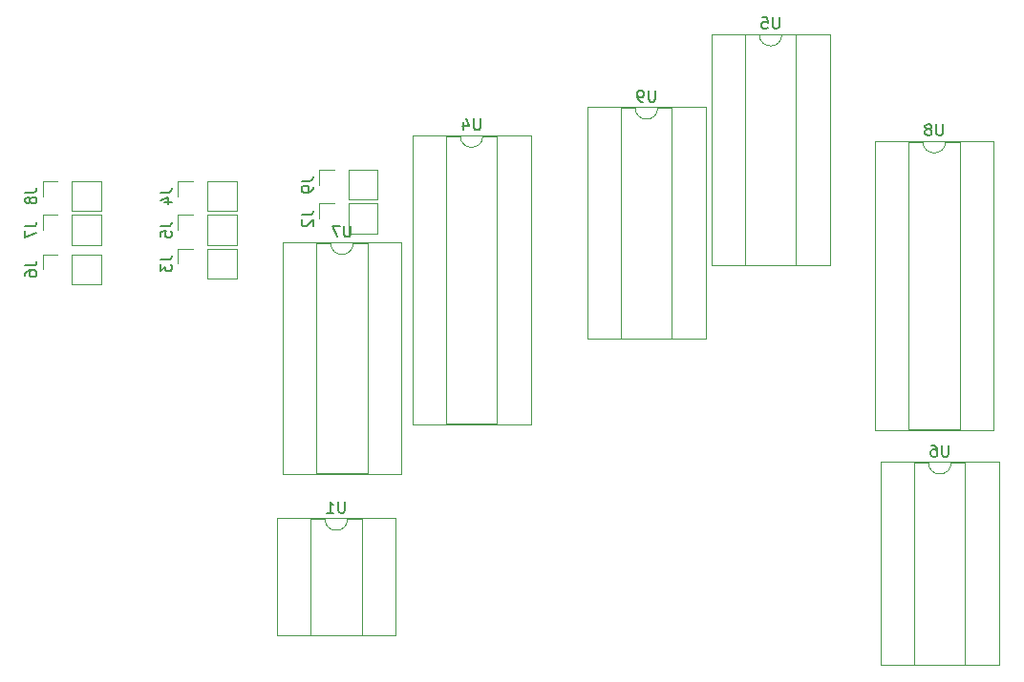
<source format=gbr>
%TF.GenerationSoftware,KiCad,Pcbnew,5.1.10-88a1d61d58~90~ubuntu20.04.1*%
%TF.CreationDate,2021-11-05T17:14:26+01:00*%
%TF.ProjectId,menelaos-v2,6d656e65-6c61-46f7-932d-76322e6b6963,rev?*%
%TF.SameCoordinates,Original*%
%TF.FileFunction,Legend,Bot*%
%TF.FilePolarity,Positive*%
%FSLAX46Y46*%
G04 Gerber Fmt 4.6, Leading zero omitted, Abs format (unit mm)*
G04 Created by KiCad (PCBNEW 5.1.10-88a1d61d58~90~ubuntu20.04.1) date 2021-11-05 17:14:26*
%MOMM*%
%LPD*%
G01*
G04 APERTURE LIST*
%ADD10C,0.120000*%
%ADD11C,0.150000*%
G04 APERTURE END LIST*
D10*
%TO.C,J2*%
X163870000Y-80170000D02*
X163870000Y-82830000D01*
X161270000Y-80170000D02*
X163870000Y-80170000D01*
X161270000Y-82830000D02*
X163870000Y-82830000D01*
X161270000Y-80170000D02*
X161270000Y-82830000D01*
X160000000Y-80170000D02*
X158670000Y-80170000D01*
X158670000Y-80170000D02*
X158670000Y-81500000D01*
%TO.C,J3*%
X146170000Y-84170000D02*
X146170000Y-85500000D01*
X147500000Y-84170000D02*
X146170000Y-84170000D01*
X148770000Y-84170000D02*
X148770000Y-86830000D01*
X148770000Y-86830000D02*
X151370000Y-86830000D01*
X148770000Y-84170000D02*
X151370000Y-84170000D01*
X151370000Y-84170000D02*
X151370000Y-86830000D01*
%TO.C,J4*%
X151370000Y-78170000D02*
X151370000Y-80830000D01*
X148770000Y-78170000D02*
X151370000Y-78170000D01*
X148770000Y-80830000D02*
X151370000Y-80830000D01*
X148770000Y-78170000D02*
X148770000Y-80830000D01*
X147500000Y-78170000D02*
X146170000Y-78170000D01*
X146170000Y-78170000D02*
X146170000Y-79500000D01*
%TO.C,J5*%
X146170000Y-81170000D02*
X146170000Y-82500000D01*
X147500000Y-81170000D02*
X146170000Y-81170000D01*
X148770000Y-81170000D02*
X148770000Y-83830000D01*
X148770000Y-83830000D02*
X151370000Y-83830000D01*
X148770000Y-81170000D02*
X151370000Y-81170000D01*
X151370000Y-81170000D02*
X151370000Y-83830000D01*
%TO.C,J6*%
X139370000Y-84670000D02*
X139370000Y-87330000D01*
X136770000Y-84670000D02*
X139370000Y-84670000D01*
X136770000Y-87330000D02*
X139370000Y-87330000D01*
X136770000Y-84670000D02*
X136770000Y-87330000D01*
X135500000Y-84670000D02*
X134170000Y-84670000D01*
X134170000Y-84670000D02*
X134170000Y-86000000D01*
%TO.C,J7*%
X134170000Y-81170000D02*
X134170000Y-82500000D01*
X135500000Y-81170000D02*
X134170000Y-81170000D01*
X136770000Y-81170000D02*
X136770000Y-83830000D01*
X136770000Y-83830000D02*
X139370000Y-83830000D01*
X136770000Y-81170000D02*
X139370000Y-81170000D01*
X139370000Y-81170000D02*
X139370000Y-83830000D01*
%TO.C,J8*%
X134170000Y-78170000D02*
X134170000Y-79500000D01*
X135500000Y-78170000D02*
X134170000Y-78170000D01*
X136770000Y-78170000D02*
X136770000Y-80830000D01*
X136770000Y-80830000D02*
X139370000Y-80830000D01*
X136770000Y-78170000D02*
X139370000Y-78170000D01*
X139370000Y-78170000D02*
X139370000Y-80830000D01*
%TO.C,J9*%
X163870000Y-77170000D02*
X163870000Y-79830000D01*
X161270000Y-77170000D02*
X163870000Y-77170000D01*
X161270000Y-79830000D02*
X163870000Y-79830000D01*
X161270000Y-77170000D02*
X161270000Y-79830000D01*
X160000000Y-77170000D02*
X158670000Y-77170000D01*
X158670000Y-77170000D02*
X158670000Y-78500000D01*
%TO.C,U4*%
X166940000Y-74110000D02*
X177440000Y-74110000D01*
X166940000Y-99750000D02*
X166940000Y-74110000D01*
X177440000Y-99750000D02*
X166940000Y-99750000D01*
X177440000Y-74110000D02*
X177440000Y-99750000D01*
X169940000Y-74170000D02*
X171190000Y-74170000D01*
X169940000Y-99690000D02*
X169940000Y-74170000D01*
X174440000Y-99690000D02*
X169940000Y-99690000D01*
X174440000Y-74170000D02*
X174440000Y-99690000D01*
X173190000Y-74170000D02*
X174440000Y-74170000D01*
X171190000Y-74170000D02*
G75*
G03*
X173190000Y-74170000I1000000J0D01*
G01*
%TO.C,U5*%
X193440000Y-65110000D02*
X203940000Y-65110000D01*
X193440000Y-85670000D02*
X193440000Y-65110000D01*
X203940000Y-85670000D02*
X193440000Y-85670000D01*
X203940000Y-65110000D02*
X203940000Y-85670000D01*
X196440000Y-65170000D02*
X197690000Y-65170000D01*
X196440000Y-85610000D02*
X196440000Y-65170000D01*
X200940000Y-85610000D02*
X196440000Y-85610000D01*
X200940000Y-65170000D02*
X200940000Y-85610000D01*
X199690000Y-65170000D02*
X200940000Y-65170000D01*
X197690000Y-65170000D02*
G75*
G03*
X199690000Y-65170000I1000000J0D01*
G01*
%TO.C,U6*%
X208440000Y-103110000D02*
X218940000Y-103110000D01*
X208440000Y-121130000D02*
X208440000Y-103110000D01*
X218940000Y-121130000D02*
X208440000Y-121130000D01*
X218940000Y-103110000D02*
X218940000Y-121130000D01*
X211440000Y-103170000D02*
X212690000Y-103170000D01*
X211440000Y-121070000D02*
X211440000Y-103170000D01*
X215940000Y-121070000D02*
X211440000Y-121070000D01*
X215940000Y-103170000D02*
X215940000Y-121070000D01*
X214690000Y-103170000D02*
X215940000Y-103170000D01*
X212690000Y-103170000D02*
G75*
G03*
X214690000Y-103170000I1000000J0D01*
G01*
%TO.C,U7*%
X155440000Y-83610000D02*
X165940000Y-83610000D01*
X155440000Y-104170000D02*
X155440000Y-83610000D01*
X165940000Y-104170000D02*
X155440000Y-104170000D01*
X165940000Y-83610000D02*
X165940000Y-104170000D01*
X158440000Y-83670000D02*
X159690000Y-83670000D01*
X158440000Y-104110000D02*
X158440000Y-83670000D01*
X162940000Y-104110000D02*
X158440000Y-104110000D01*
X162940000Y-83670000D02*
X162940000Y-104110000D01*
X161690000Y-83670000D02*
X162940000Y-83670000D01*
X159690000Y-83670000D02*
G75*
G03*
X161690000Y-83670000I1000000J0D01*
G01*
%TO.C,U8*%
X214190000Y-74670000D02*
X215440000Y-74670000D01*
X215440000Y-74670000D02*
X215440000Y-100190000D01*
X215440000Y-100190000D02*
X210940000Y-100190000D01*
X210940000Y-100190000D02*
X210940000Y-74670000D01*
X210940000Y-74670000D02*
X212190000Y-74670000D01*
X218440000Y-74610000D02*
X218440000Y-100250000D01*
X218440000Y-100250000D02*
X207940000Y-100250000D01*
X207940000Y-100250000D02*
X207940000Y-74610000D01*
X207940000Y-74610000D02*
X218440000Y-74610000D01*
X212190000Y-74670000D02*
G75*
G03*
X214190000Y-74670000I1000000J0D01*
G01*
%TO.C,U9*%
X188690000Y-71670000D02*
X189940000Y-71670000D01*
X189940000Y-71670000D02*
X189940000Y-92110000D01*
X189940000Y-92110000D02*
X185440000Y-92110000D01*
X185440000Y-92110000D02*
X185440000Y-71670000D01*
X185440000Y-71670000D02*
X186690000Y-71670000D01*
X192940000Y-71610000D02*
X192940000Y-92170000D01*
X192940000Y-92170000D02*
X182440000Y-92170000D01*
X182440000Y-92170000D02*
X182440000Y-71610000D01*
X182440000Y-71610000D02*
X192940000Y-71610000D01*
X186690000Y-71670000D02*
G75*
G03*
X188690000Y-71670000I1000000J0D01*
G01*
%TO.C,U1*%
X154940000Y-108110000D02*
X165440000Y-108110000D01*
X154940000Y-118510000D02*
X154940000Y-108110000D01*
X165440000Y-118510000D02*
X154940000Y-118510000D01*
X165440000Y-108110000D02*
X165440000Y-118510000D01*
X157940000Y-108170000D02*
X159190000Y-108170000D01*
X157940000Y-118450000D02*
X157940000Y-108170000D01*
X162440000Y-118450000D02*
X157940000Y-118450000D01*
X162440000Y-108170000D02*
X162440000Y-118450000D01*
X161190000Y-108170000D02*
X162440000Y-108170000D01*
X159190000Y-108170000D02*
G75*
G03*
X161190000Y-108170000I1000000J0D01*
G01*
%TO.C,J2*%
D11*
X157122380Y-81166666D02*
X157836666Y-81166666D01*
X157979523Y-81119047D01*
X158074761Y-81023809D01*
X158122380Y-80880952D01*
X158122380Y-80785714D01*
X157217619Y-81595238D02*
X157170000Y-81642857D01*
X157122380Y-81738095D01*
X157122380Y-81976190D01*
X157170000Y-82071428D01*
X157217619Y-82119047D01*
X157312857Y-82166666D01*
X157408095Y-82166666D01*
X157550952Y-82119047D01*
X158122380Y-81547619D01*
X158122380Y-82166666D01*
%TO.C,J3*%
X144622380Y-85166666D02*
X145336666Y-85166666D01*
X145479523Y-85119047D01*
X145574761Y-85023809D01*
X145622380Y-84880952D01*
X145622380Y-84785714D01*
X144622380Y-85547619D02*
X144622380Y-86166666D01*
X145003333Y-85833333D01*
X145003333Y-85976190D01*
X145050952Y-86071428D01*
X145098571Y-86119047D01*
X145193809Y-86166666D01*
X145431904Y-86166666D01*
X145527142Y-86119047D01*
X145574761Y-86071428D01*
X145622380Y-85976190D01*
X145622380Y-85690476D01*
X145574761Y-85595238D01*
X145527142Y-85547619D01*
%TO.C,J4*%
X144622380Y-79166666D02*
X145336666Y-79166666D01*
X145479523Y-79119047D01*
X145574761Y-79023809D01*
X145622380Y-78880952D01*
X145622380Y-78785714D01*
X144955714Y-80071428D02*
X145622380Y-80071428D01*
X144574761Y-79833333D02*
X145289047Y-79595238D01*
X145289047Y-80214285D01*
%TO.C,J5*%
X144622380Y-82166666D02*
X145336666Y-82166666D01*
X145479523Y-82119047D01*
X145574761Y-82023809D01*
X145622380Y-81880952D01*
X145622380Y-81785714D01*
X144622380Y-83119047D02*
X144622380Y-82642857D01*
X145098571Y-82595238D01*
X145050952Y-82642857D01*
X145003333Y-82738095D01*
X145003333Y-82976190D01*
X145050952Y-83071428D01*
X145098571Y-83119047D01*
X145193809Y-83166666D01*
X145431904Y-83166666D01*
X145527142Y-83119047D01*
X145574761Y-83071428D01*
X145622380Y-82976190D01*
X145622380Y-82738095D01*
X145574761Y-82642857D01*
X145527142Y-82595238D01*
%TO.C,J6*%
X132622380Y-85666666D02*
X133336666Y-85666666D01*
X133479523Y-85619047D01*
X133574761Y-85523809D01*
X133622380Y-85380952D01*
X133622380Y-85285714D01*
X132622380Y-86571428D02*
X132622380Y-86380952D01*
X132670000Y-86285714D01*
X132717619Y-86238095D01*
X132860476Y-86142857D01*
X133050952Y-86095238D01*
X133431904Y-86095238D01*
X133527142Y-86142857D01*
X133574761Y-86190476D01*
X133622380Y-86285714D01*
X133622380Y-86476190D01*
X133574761Y-86571428D01*
X133527142Y-86619047D01*
X133431904Y-86666666D01*
X133193809Y-86666666D01*
X133098571Y-86619047D01*
X133050952Y-86571428D01*
X133003333Y-86476190D01*
X133003333Y-86285714D01*
X133050952Y-86190476D01*
X133098571Y-86142857D01*
X133193809Y-86095238D01*
%TO.C,J7*%
X132622380Y-82166666D02*
X133336666Y-82166666D01*
X133479523Y-82119047D01*
X133574761Y-82023809D01*
X133622380Y-81880952D01*
X133622380Y-81785714D01*
X132622380Y-82547619D02*
X132622380Y-83214285D01*
X133622380Y-82785714D01*
%TO.C,J8*%
X132622380Y-79166666D02*
X133336666Y-79166666D01*
X133479523Y-79119047D01*
X133574761Y-79023809D01*
X133622380Y-78880952D01*
X133622380Y-78785714D01*
X133050952Y-79785714D02*
X133003333Y-79690476D01*
X132955714Y-79642857D01*
X132860476Y-79595238D01*
X132812857Y-79595238D01*
X132717619Y-79642857D01*
X132670000Y-79690476D01*
X132622380Y-79785714D01*
X132622380Y-79976190D01*
X132670000Y-80071428D01*
X132717619Y-80119047D01*
X132812857Y-80166666D01*
X132860476Y-80166666D01*
X132955714Y-80119047D01*
X133003333Y-80071428D01*
X133050952Y-79976190D01*
X133050952Y-79785714D01*
X133098571Y-79690476D01*
X133146190Y-79642857D01*
X133241428Y-79595238D01*
X133431904Y-79595238D01*
X133527142Y-79642857D01*
X133574761Y-79690476D01*
X133622380Y-79785714D01*
X133622380Y-79976190D01*
X133574761Y-80071428D01*
X133527142Y-80119047D01*
X133431904Y-80166666D01*
X133241428Y-80166666D01*
X133146190Y-80119047D01*
X133098571Y-80071428D01*
X133050952Y-79976190D01*
%TO.C,J9*%
X157122380Y-78166666D02*
X157836666Y-78166666D01*
X157979523Y-78119047D01*
X158074761Y-78023809D01*
X158122380Y-77880952D01*
X158122380Y-77785714D01*
X158122380Y-78690476D02*
X158122380Y-78880952D01*
X158074761Y-78976190D01*
X158027142Y-79023809D01*
X157884285Y-79119047D01*
X157693809Y-79166666D01*
X157312857Y-79166666D01*
X157217619Y-79119047D01*
X157170000Y-79071428D01*
X157122380Y-78976190D01*
X157122380Y-78785714D01*
X157170000Y-78690476D01*
X157217619Y-78642857D01*
X157312857Y-78595238D01*
X157550952Y-78595238D01*
X157646190Y-78642857D01*
X157693809Y-78690476D01*
X157741428Y-78785714D01*
X157741428Y-78976190D01*
X157693809Y-79071428D01*
X157646190Y-79119047D01*
X157550952Y-79166666D01*
%TO.C,U4*%
X172951904Y-72622380D02*
X172951904Y-73431904D01*
X172904285Y-73527142D01*
X172856666Y-73574761D01*
X172761428Y-73622380D01*
X172570952Y-73622380D01*
X172475714Y-73574761D01*
X172428095Y-73527142D01*
X172380476Y-73431904D01*
X172380476Y-72622380D01*
X171475714Y-72955714D02*
X171475714Y-73622380D01*
X171713809Y-72574761D02*
X171951904Y-73289047D01*
X171332857Y-73289047D01*
%TO.C,U5*%
X199451904Y-63622380D02*
X199451904Y-64431904D01*
X199404285Y-64527142D01*
X199356666Y-64574761D01*
X199261428Y-64622380D01*
X199070952Y-64622380D01*
X198975714Y-64574761D01*
X198928095Y-64527142D01*
X198880476Y-64431904D01*
X198880476Y-63622380D01*
X197928095Y-63622380D02*
X198404285Y-63622380D01*
X198451904Y-64098571D01*
X198404285Y-64050952D01*
X198309047Y-64003333D01*
X198070952Y-64003333D01*
X197975714Y-64050952D01*
X197928095Y-64098571D01*
X197880476Y-64193809D01*
X197880476Y-64431904D01*
X197928095Y-64527142D01*
X197975714Y-64574761D01*
X198070952Y-64622380D01*
X198309047Y-64622380D01*
X198404285Y-64574761D01*
X198451904Y-64527142D01*
%TO.C,U6*%
X214451904Y-101622380D02*
X214451904Y-102431904D01*
X214404285Y-102527142D01*
X214356666Y-102574761D01*
X214261428Y-102622380D01*
X214070952Y-102622380D01*
X213975714Y-102574761D01*
X213928095Y-102527142D01*
X213880476Y-102431904D01*
X213880476Y-101622380D01*
X212975714Y-101622380D02*
X213166190Y-101622380D01*
X213261428Y-101670000D01*
X213309047Y-101717619D01*
X213404285Y-101860476D01*
X213451904Y-102050952D01*
X213451904Y-102431904D01*
X213404285Y-102527142D01*
X213356666Y-102574761D01*
X213261428Y-102622380D01*
X213070952Y-102622380D01*
X212975714Y-102574761D01*
X212928095Y-102527142D01*
X212880476Y-102431904D01*
X212880476Y-102193809D01*
X212928095Y-102098571D01*
X212975714Y-102050952D01*
X213070952Y-102003333D01*
X213261428Y-102003333D01*
X213356666Y-102050952D01*
X213404285Y-102098571D01*
X213451904Y-102193809D01*
%TO.C,U7*%
X161451904Y-82122380D02*
X161451904Y-82931904D01*
X161404285Y-83027142D01*
X161356666Y-83074761D01*
X161261428Y-83122380D01*
X161070952Y-83122380D01*
X160975714Y-83074761D01*
X160928095Y-83027142D01*
X160880476Y-82931904D01*
X160880476Y-82122380D01*
X160499523Y-82122380D02*
X159832857Y-82122380D01*
X160261428Y-83122380D01*
%TO.C,U8*%
X213951904Y-73122380D02*
X213951904Y-73931904D01*
X213904285Y-74027142D01*
X213856666Y-74074761D01*
X213761428Y-74122380D01*
X213570952Y-74122380D01*
X213475714Y-74074761D01*
X213428095Y-74027142D01*
X213380476Y-73931904D01*
X213380476Y-73122380D01*
X212761428Y-73550952D02*
X212856666Y-73503333D01*
X212904285Y-73455714D01*
X212951904Y-73360476D01*
X212951904Y-73312857D01*
X212904285Y-73217619D01*
X212856666Y-73170000D01*
X212761428Y-73122380D01*
X212570952Y-73122380D01*
X212475714Y-73170000D01*
X212428095Y-73217619D01*
X212380476Y-73312857D01*
X212380476Y-73360476D01*
X212428095Y-73455714D01*
X212475714Y-73503333D01*
X212570952Y-73550952D01*
X212761428Y-73550952D01*
X212856666Y-73598571D01*
X212904285Y-73646190D01*
X212951904Y-73741428D01*
X212951904Y-73931904D01*
X212904285Y-74027142D01*
X212856666Y-74074761D01*
X212761428Y-74122380D01*
X212570952Y-74122380D01*
X212475714Y-74074761D01*
X212428095Y-74027142D01*
X212380476Y-73931904D01*
X212380476Y-73741428D01*
X212428095Y-73646190D01*
X212475714Y-73598571D01*
X212570952Y-73550952D01*
%TO.C,U9*%
X188451904Y-70122380D02*
X188451904Y-70931904D01*
X188404285Y-71027142D01*
X188356666Y-71074761D01*
X188261428Y-71122380D01*
X188070952Y-71122380D01*
X187975714Y-71074761D01*
X187928095Y-71027142D01*
X187880476Y-70931904D01*
X187880476Y-70122380D01*
X187356666Y-71122380D02*
X187166190Y-71122380D01*
X187070952Y-71074761D01*
X187023333Y-71027142D01*
X186928095Y-70884285D01*
X186880476Y-70693809D01*
X186880476Y-70312857D01*
X186928095Y-70217619D01*
X186975714Y-70170000D01*
X187070952Y-70122380D01*
X187261428Y-70122380D01*
X187356666Y-70170000D01*
X187404285Y-70217619D01*
X187451904Y-70312857D01*
X187451904Y-70550952D01*
X187404285Y-70646190D01*
X187356666Y-70693809D01*
X187261428Y-70741428D01*
X187070952Y-70741428D01*
X186975714Y-70693809D01*
X186928095Y-70646190D01*
X186880476Y-70550952D01*
%TO.C,U1*%
X160951904Y-106622380D02*
X160951904Y-107431904D01*
X160904285Y-107527142D01*
X160856666Y-107574761D01*
X160761428Y-107622380D01*
X160570952Y-107622380D01*
X160475714Y-107574761D01*
X160428095Y-107527142D01*
X160380476Y-107431904D01*
X160380476Y-106622380D01*
X159380476Y-107622380D02*
X159951904Y-107622380D01*
X159666190Y-107622380D02*
X159666190Y-106622380D01*
X159761428Y-106765238D01*
X159856666Y-106860476D01*
X159951904Y-106908095D01*
%TD*%
M02*

</source>
